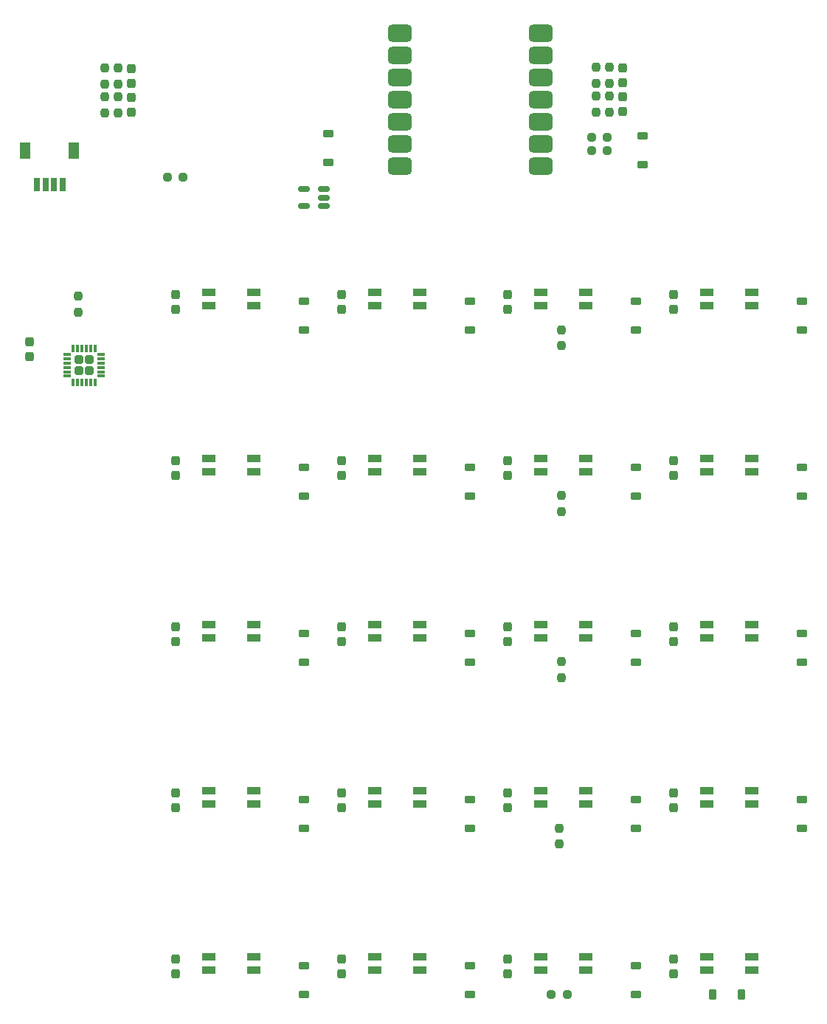
<source format=gbr>
%TF.GenerationSoftware,KiCad,Pcbnew,8.0.5*%
%TF.CreationDate,2024-11-15T15:43:01-05:00*%
%TF.ProjectId,bytesized_macropad,62797465-7369-47a6-9564-5f6d6163726f,rev?*%
%TF.SameCoordinates,Original*%
%TF.FileFunction,Paste,Bot*%
%TF.FilePolarity,Positive*%
%FSLAX46Y46*%
G04 Gerber Fmt 4.6, Leading zero omitted, Abs format (unit mm)*
G04 Created by KiCad (PCBNEW 8.0.5) date 2024-11-15 15:43:01*
%MOMM*%
%LPD*%
G01*
G04 APERTURE LIST*
G04 Aperture macros list*
%AMRoundRect*
0 Rectangle with rounded corners*
0 $1 Rounding radius*
0 $2 $3 $4 $5 $6 $7 $8 $9 X,Y pos of 4 corners*
0 Add a 4 corners polygon primitive as box body*
4,1,4,$2,$3,$4,$5,$6,$7,$8,$9,$2,$3,0*
0 Add four circle primitives for the rounded corners*
1,1,$1+$1,$2,$3*
1,1,$1+$1,$4,$5*
1,1,$1+$1,$6,$7*
1,1,$1+$1,$8,$9*
0 Add four rect primitives between the rounded corners*
20,1,$1+$1,$2,$3,$4,$5,0*
20,1,$1+$1,$4,$5,$6,$7,0*
20,1,$1+$1,$6,$7,$8,$9,0*
20,1,$1+$1,$8,$9,$2,$3,0*%
G04 Aperture macros list end*
%ADD10RoundRect,0.237500X0.250000X0.237500X-0.250000X0.237500X-0.250000X-0.237500X0.250000X-0.237500X0*%
%ADD11RoundRect,0.237500X-0.237500X0.250000X-0.237500X-0.250000X0.237500X-0.250000X0.237500X0.250000X0*%
%ADD12RoundRect,0.082000X-0.718000X0.328000X-0.718000X-0.328000X0.718000X-0.328000X0.718000X0.328000X0*%
%ADD13R,1.295400X1.905000*%
%ADD14R,0.660400X1.549400*%
%ADD15RoundRect,0.237500X0.237500X-0.300000X0.237500X0.300000X-0.237500X0.300000X-0.237500X-0.300000X0*%
%ADD16RoundRect,0.225000X-0.225000X-0.375000X0.225000X-0.375000X0.225000X0.375000X-0.225000X0.375000X0*%
%ADD17RoundRect,0.225000X0.375000X-0.225000X0.375000X0.225000X-0.375000X0.225000X-0.375000X-0.225000X0*%
%ADD18RoundRect,0.247500X0.247500X0.247500X-0.247500X0.247500X-0.247500X-0.247500X0.247500X-0.247500X0*%
%ADD19RoundRect,0.075000X0.362500X0.075000X-0.362500X0.075000X-0.362500X-0.075000X0.362500X-0.075000X0*%
%ADD20RoundRect,0.075000X0.075000X0.362500X-0.075000X0.362500X-0.075000X-0.362500X0.075000X-0.362500X0*%
%ADD21RoundRect,0.237500X0.237500X-0.250000X0.237500X0.250000X-0.237500X0.250000X-0.237500X-0.250000X0*%
%ADD22RoundRect,0.237500X-0.250000X-0.237500X0.250000X-0.237500X0.250000X0.237500X-0.250000X0.237500X0*%
%ADD23RoundRect,0.150000X0.512500X0.150000X-0.512500X0.150000X-0.512500X-0.150000X0.512500X-0.150000X0*%
%ADD24RoundRect,0.500000X0.875000X0.500000X-0.875000X0.500000X-0.875000X-0.500000X0.875000X-0.500000X0*%
%ADD25RoundRect,0.237500X-0.237500X0.300000X-0.237500X-0.300000X0.237500X-0.300000X0.237500X0.300000X0*%
G04 APERTURE END LIST*
D10*
%TO.C,R17*%
X111349800Y-50800000D03*
X109524800Y-50800000D03*
%TD*%
%TO.C,R16*%
X155397200Y-144496800D03*
X153572200Y-144496800D03*
%TD*%
D11*
%TO.C,R15*%
X154482800Y-125454400D03*
X154482800Y-127279400D03*
%TD*%
%TO.C,R14*%
X154762200Y-106353600D03*
X154762200Y-108178600D03*
%TD*%
%TO.C,R13*%
X154762200Y-87329000D03*
X154762200Y-89154000D03*
%TD*%
%TO.C,R12*%
X154711400Y-68304400D03*
X154711400Y-70129400D03*
%TD*%
D12*
%TO.C,LED14*%
X152340000Y-121169999D03*
X152340000Y-122669999D03*
X157540000Y-122669999D03*
X157540000Y-121169999D03*
%TD*%
%TO.C,LED9*%
X114240000Y-102119999D03*
X114240000Y-103619999D03*
X119440000Y-103619999D03*
X119440000Y-102119999D03*
%TD*%
%TO.C,LED20*%
X171390000Y-140219999D03*
X171390000Y-141719999D03*
X176590000Y-141719999D03*
X176590000Y-140219999D03*
%TD*%
%TO.C,LED3*%
X152340000Y-64019999D03*
X152340000Y-65519999D03*
X157540000Y-65519999D03*
X157540000Y-64019999D03*
%TD*%
%TO.C,LED6*%
X152340000Y-83069999D03*
X152340000Y-84569999D03*
X157540000Y-84569999D03*
X157540000Y-83069999D03*
%TD*%
%TO.C,LED11*%
X152340000Y-102119999D03*
X152340000Y-103619999D03*
X157540000Y-103619999D03*
X157540000Y-102119999D03*
%TD*%
%TO.C,LED5*%
X171390000Y-83069999D03*
X171390000Y-84569999D03*
X176590000Y-84569999D03*
X176590000Y-83069999D03*
%TD*%
D13*
%TO.C,J1*%
X93220002Y-47763199D03*
X98820000Y-47763199D03*
D14*
X97520001Y-51638200D03*
X96520000Y-51638200D03*
X95520002Y-51638200D03*
X94520001Y-51638200D03*
%TD*%
D12*
%TO.C,LED17*%
X114240000Y-140219999D03*
X114240000Y-141719999D03*
X119440000Y-141719999D03*
X119440000Y-140219999D03*
%TD*%
%TO.C,LED16*%
X114240000Y-121169999D03*
X114240000Y-122669999D03*
X119440000Y-122669999D03*
X119440000Y-121169999D03*
%TD*%
%TO.C,LED13*%
X171390000Y-121169999D03*
X171390000Y-122669999D03*
X176590000Y-122669999D03*
X176590000Y-121169999D03*
%TD*%
%TO.C,LED1*%
X114240000Y-64019999D03*
X114240000Y-65519999D03*
X119440000Y-65519999D03*
X119440000Y-64019999D03*
%TD*%
%TO.C,LED2*%
X133290000Y-64019999D03*
X133290000Y-65519999D03*
X138490000Y-65519999D03*
X138490000Y-64019999D03*
%TD*%
%TO.C,LED4*%
X171390000Y-64019999D03*
X171390000Y-65519999D03*
X176590000Y-65519999D03*
X176590000Y-64019999D03*
%TD*%
%TO.C,LED10*%
X133290000Y-102119999D03*
X133290000Y-103619999D03*
X138490000Y-103619999D03*
X138490000Y-102119999D03*
%TD*%
%TO.C,LED21*%
X152340000Y-140219999D03*
X152340000Y-141719999D03*
X157540000Y-141719999D03*
X157540000Y-140219999D03*
%TD*%
%TO.C,LED8*%
X114240000Y-83069999D03*
X114240000Y-84569999D03*
X119440000Y-84569999D03*
X119440000Y-83069999D03*
%TD*%
%TO.C,LED18*%
X133290000Y-140219999D03*
X133290000Y-141719999D03*
X138490000Y-141719999D03*
X138490000Y-140219999D03*
%TD*%
%TO.C,LED7*%
X133290000Y-83069999D03*
X133290000Y-84569999D03*
X138490000Y-84569999D03*
X138490000Y-83069999D03*
%TD*%
%TO.C,LED12*%
X171390000Y-102119999D03*
X171390000Y-103619999D03*
X176590000Y-103619999D03*
X176590000Y-102119999D03*
%TD*%
%TO.C,LED15*%
X133290000Y-121169999D03*
X133290000Y-122669999D03*
X138490000Y-122669999D03*
X138490000Y-121169999D03*
%TD*%
D15*
%TO.C,C8*%
X167640000Y-85037000D03*
X167640000Y-83312000D03*
%TD*%
D16*
%TO.C,D20*%
X172086000Y-144526000D03*
X175386000Y-144526000D03*
%TD*%
D17*
%TO.C,D15*%
X163322000Y-125474000D03*
X163322000Y-122174000D03*
%TD*%
%TO.C,D8*%
X182372000Y-87374000D03*
X182372000Y-84074000D03*
%TD*%
D15*
%TO.C,C22*%
X161798000Y-39978500D03*
X161798000Y-38253500D03*
%TD*%
%TO.C,C24*%
X148590000Y-142187000D03*
X148590000Y-140462000D03*
%TD*%
%TO.C,C13*%
X110490000Y-104087000D03*
X110490000Y-102362000D03*
%TD*%
D18*
%TO.C,U2*%
X100591500Y-72980000D03*
X100591500Y-71760000D03*
X99371500Y-72980000D03*
X99371500Y-71760000D03*
D19*
X101919000Y-71120000D03*
X101919000Y-71620000D03*
X101919000Y-72120000D03*
X101919000Y-72620000D03*
X101919000Y-73120000D03*
X101919000Y-73620000D03*
D20*
X101231500Y-74307500D03*
X100731500Y-74307500D03*
X100231500Y-74307500D03*
X99731500Y-74307500D03*
X99231500Y-74307500D03*
X98731500Y-74307500D03*
D19*
X98044000Y-73620000D03*
X98044000Y-73120000D03*
X98044000Y-72620000D03*
X98044000Y-72120000D03*
X98044000Y-71620000D03*
X98044000Y-71120000D03*
D20*
X98731500Y-70432500D03*
X99231500Y-70432500D03*
X99731500Y-70432500D03*
X100231500Y-70432500D03*
X100731500Y-70432500D03*
X101231500Y-70432500D03*
%TD*%
D15*
%TO.C,C15*%
X129540000Y-85037000D03*
X129540000Y-83312000D03*
%TD*%
D17*
%TO.C,D17*%
X125222000Y-144524000D03*
X125222000Y-141224000D03*
%TD*%
D15*
%TO.C,C11*%
X148590000Y-104087000D03*
X148590000Y-102362000D03*
%TD*%
%TO.C,C12*%
X129540000Y-104087000D03*
X129540000Y-102362000D03*
%TD*%
%TO.C,C16*%
X167640000Y-123137000D03*
X167640000Y-121412000D03*
%TD*%
D17*
%TO.C,D14*%
X144272000Y-125474000D03*
X144272000Y-122174000D03*
%TD*%
%TO.C,D18*%
X144272000Y-144524000D03*
X144272000Y-141224000D03*
%TD*%
%TO.C,D9*%
X125222000Y-106424000D03*
X125222000Y-103124000D03*
%TD*%
D15*
%TO.C,C6*%
X148590000Y-65987000D03*
X148590000Y-64262000D03*
%TD*%
%TO.C,C20*%
X110490000Y-142187000D03*
X110490000Y-140462000D03*
%TD*%
D17*
%TO.C,D22*%
X164084000Y-49402000D03*
X164084000Y-46102000D03*
%TD*%
D21*
%TO.C,R9*%
X158750000Y-40028500D03*
X158750000Y-38203500D03*
%TD*%
D11*
%TO.C,R4*%
X103886000Y-38307000D03*
X103886000Y-40132000D03*
%TD*%
D15*
%TO.C,C19*%
X110490000Y-123137000D03*
X110490000Y-121412000D03*
%TD*%
%TO.C,C21*%
X129540000Y-142187000D03*
X129540000Y-140462000D03*
%TD*%
D17*
%TO.C,D6*%
X144272000Y-87374000D03*
X144272000Y-84074000D03*
%TD*%
%TO.C,D7*%
X163322000Y-87374000D03*
X163322000Y-84074000D03*
%TD*%
D15*
%TO.C,C9*%
X148590000Y-85037000D03*
X148590000Y-83312000D03*
%TD*%
D17*
%TO.C,D12*%
X182372000Y-106424000D03*
X182372000Y-103124000D03*
%TD*%
D15*
%TO.C,C3*%
X110490000Y-65987000D03*
X110490000Y-64262000D03*
%TD*%
D22*
%TO.C,R2*%
X158195000Y-46228000D03*
X160020000Y-46228000D03*
%TD*%
D17*
%TO.C,D5*%
X125222000Y-87374000D03*
X125222000Y-84074000D03*
%TD*%
D15*
%TO.C,C14*%
X110490000Y-85037000D03*
X110490000Y-83312000D03*
%TD*%
%TO.C,C25*%
X161798000Y-43280500D03*
X161798000Y-41555500D03*
%TD*%
D17*
%TO.C,D1*%
X125222000Y-68324000D03*
X125222000Y-65024000D03*
%TD*%
D15*
%TO.C,C7*%
X167640000Y-65987000D03*
X167640000Y-64262000D03*
%TD*%
D17*
%TO.C,D3*%
X163322000Y-68324000D03*
X163322000Y-65024000D03*
%TD*%
D22*
%TO.C,R3*%
X158195000Y-47752000D03*
X160020000Y-47752000D03*
%TD*%
D11*
%TO.C,R5*%
X102362000Y-41609000D03*
X102362000Y-43434000D03*
%TD*%
D15*
%TO.C,C18*%
X129540000Y-123137000D03*
X129540000Y-121412000D03*
%TD*%
D23*
%TO.C,U3*%
X127497000Y-52202000D03*
X127497000Y-53152000D03*
X127497000Y-54102000D03*
X125222000Y-54102000D03*
X125222000Y-52202000D03*
%TD*%
D17*
%TO.C,D11*%
X163322000Y-106424000D03*
X163322000Y-103124000D03*
%TD*%
%TO.C,D16*%
X182372000Y-125474000D03*
X182372000Y-122174000D03*
%TD*%
D15*
%TO.C,C10*%
X167640000Y-104087000D03*
X167640000Y-102362000D03*
%TD*%
%TO.C,C5*%
X129540000Y-65987000D03*
X129540000Y-64262000D03*
%TD*%
D24*
%TO.C,U1*%
X152400000Y-34290000D03*
X152400000Y-36830000D03*
X152400000Y-39370000D03*
X152400000Y-41910000D03*
X152400000Y-44450000D03*
X152400000Y-46990000D03*
X152400000Y-49530000D03*
X136235000Y-49530000D03*
X136235000Y-46990000D03*
X136235000Y-44450000D03*
X136235000Y-41910000D03*
X136235000Y-39370000D03*
X136235000Y-36830000D03*
X136235000Y-34290000D03*
%TD*%
D15*
%TO.C,C4*%
X105410000Y-40082000D03*
X105410000Y-38357000D03*
%TD*%
D17*
%TO.C,D13*%
X125222000Y-125474000D03*
X125222000Y-122174000D03*
%TD*%
D11*
%TO.C,R10*%
X158750000Y-41508500D03*
X158750000Y-43333500D03*
%TD*%
D15*
%TO.C,C2*%
X105410000Y-43384000D03*
X105410000Y-41659000D03*
%TD*%
D21*
%TO.C,R1*%
X99314000Y-66294000D03*
X99314000Y-64469000D03*
%TD*%
D17*
%TO.C,D21*%
X128016000Y-49148000D03*
X128016000Y-45848000D03*
%TD*%
%TO.C,D10*%
X144272000Y-106424000D03*
X144272000Y-103124000D03*
%TD*%
D11*
%TO.C,R11*%
X160274000Y-41508500D03*
X160274000Y-43333500D03*
%TD*%
D17*
%TO.C,D4*%
X182372000Y-68324000D03*
X182372000Y-65024000D03*
%TD*%
D21*
%TO.C,R8*%
X102362000Y-40132000D03*
X102362000Y-38307000D03*
%TD*%
D11*
%TO.C,R6*%
X103886000Y-41609000D03*
X103886000Y-43434000D03*
%TD*%
D15*
%TO.C,C23*%
X167640000Y-142187000D03*
X167640000Y-140462000D03*
%TD*%
D17*
%TO.C,D19*%
X163322000Y-144524000D03*
X163322000Y-141224000D03*
%TD*%
D25*
%TO.C,C1*%
X93726000Y-69649000D03*
X93726000Y-71374000D03*
%TD*%
D15*
%TO.C,C17*%
X148590000Y-123137000D03*
X148590000Y-121412000D03*
%TD*%
D17*
%TO.C,D2*%
X144272000Y-68324000D03*
X144272000Y-65024000D03*
%TD*%
D11*
%TO.C,R7*%
X160274000Y-38203500D03*
X160274000Y-40028500D03*
%TD*%
M02*

</source>
